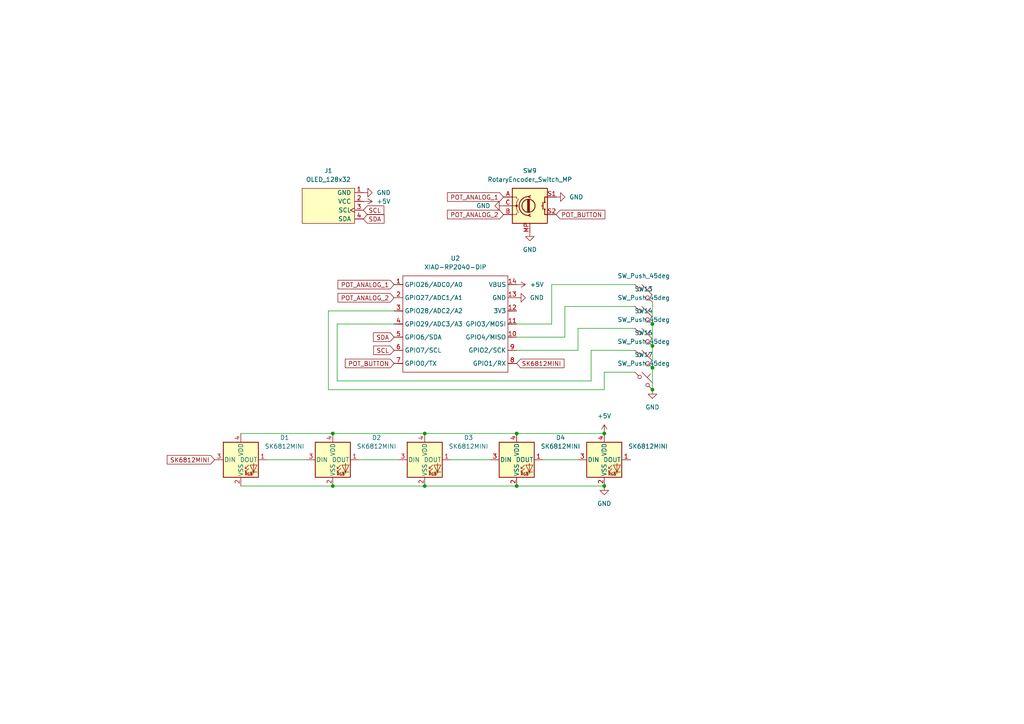
<source format=kicad_sch>
(kicad_sch (version 20250114) (generator "eeschema") (generator_version "9.0")
  (paper "A4")
  (lib_symbols
    (symbol "Device:RotaryEncoder_Switch_MP" (pin_names (offset 0.254) (hide yes))
      (property "Reference" "SW" (at 0 8.89 0))
      (property "Value" "RotaryEncoder_Switch_MP" (at 0 6.35 0))
      (symbol "RotaryEncoder_Switch_MP_0_1"
        (rectangle (start -5.08 5.08) (end 5.08 -5.08) (stroke (width 0.254)) (fill (type background)))
        (polyline (pts (xy -5.08 2.54) (xy -3.81 2.54) (xy -3.81 2.032)))
        (polyline (pts (xy -5.08 0) (xy -3.81 0) (xy -3.81 -1.016) (xy -3.302 -2.032)))
        (polyline (pts (xy -5.08 -2.54) (xy -3.81 -2.54) (xy -3.81 -2.032)))
        (polyline (pts (xy -4.318 0) (xy -3.81 0) (xy -3.81 1.016) (xy -3.302 2.032)))
        (circle (center -3.81 0) (radius 0.254) (fill (type outline)))
        (polyline (pts (xy -0.635 -1.778) (xy -0.635 1.778)) (stroke (width 0.254)))
        (circle (center -0.381 0) (radius 1.905) (stroke (width 0.254)))
        (polyline (pts (xy -0.381 -1.778) (xy -0.381 1.778)) (stroke (width 0.254)))
        (arc (start -0.381 -2.794) (mid -3.0988 -0.0635) (end -0.381 2.667) (stroke (width 0.254)))
        (polyline (pts (xy -0.127 1.778) (xy -0.127 -1.778)) (stroke (width 0.254)))
        (polyline (pts (xy 0.254 2.921) (xy -0.508 2.667) (xy 0.127 2.286)) (stroke (width 0.254)))
        (polyline (pts (xy 0.254 -3.048) (xy -0.508 -2.794) (xy 0.127 -2.413)) (stroke (width 0.254)))
        (polyline (pts (xy 3.81 1.016) (xy 3.81 -1.016)) (stroke (width 0.254)))
        (polyline (pts (xy 3.81 0) (xy 3.429 0)) (stroke (width 0.254)))
        (circle (center 4.318 1.016) (radius 0.127) (stroke (width 0.254)))
        (circle (center 4.318 -1.016) (radius 0.127) (stroke (width 0.254)))
        (polyline (pts (xy 5.08 2.54) (xy 4.318 2.54) (xy 4.318 1.016)) (stroke (width 0.254)))
        (polyline (pts (xy 5.08 -2.54) (xy 4.318 -2.54) (xy 4.318 -1.016)) (stroke (width 0.254)))
      )
      (symbol "RotaryEncoder_Switch_MP_1_1"
        (pin passive line (at -7.62 2.54 0) (length 2.54) (name "A") (number "A"))
        (pin passive line (at -7.62 0 0) (length 2.54) (name "C") (number "C"))
        (pin passive line (at -7.62 -2.54 0) (length 2.54) (name "B") (number "B"))
        (pin passive line (at 0 -7.62 90) (length 2.54) (name "MP") (number "MP"))
        (pin passive line (at 7.62 2.54 180) (length 2.54) (name "S1") (number "S1"))
        (pin passive line (at 7.62 -2.54 180) (length 2.54) (name "S2") (number "S2"))
      )
    )
    (symbol "LED:SK6812MINI" (pin_names (offset 0.254))
      (property "Reference" "D" (at 5.08 5.715 0))
      (property "Value" "SK6812MINI" (at 1.27 -5.715 0))
      (symbol "SK6812MINI_0_0"
        (text "RGB" (at 2.286 -4.191 0) (effects (font (size 0.762 0.762))))
      )
      (symbol "SK6812MINI_0_1"
        (polyline (pts (xy 1.27 -2.54) (xy 1.778 -2.54)))
        (polyline (pts (xy 1.27 -3.556) (xy 1.778 -3.556)))
        (polyline (pts (xy 2.286 -1.524) (xy 1.27 -2.54) (xy 1.27 -2.032)))
        (polyline (pts (xy 2.286 -2.54) (xy 1.27 -3.556) (xy 1.27 -3.048)))
        (polyline (pts (xy 3.683 -1.016) (xy 3.683 -3.556) (xy 3.683 -4.064)))
        (polyline (pts (xy 4.699 -1.524) (xy 2.667 -1.524) (xy 3.683 -3.556) (xy 4.699 -1.524)))
        (polyline (pts (xy 4.699 -3.556) (xy 2.667 -3.556)))
        (rectangle (start 5.08 5.08) (end -5.08 -5.08) (stroke (width 0.254)) (fill (type background)))
      )
      (symbol "SK6812MINI_1_1"
        (pin input line (at -7.62 0 0) (length 2.54) (name "DIN") (number "3"))
        (pin power_in line (at 0 7.62 270) (length 2.54) (name "VDD") (number "4"))
        (pin power_in line (at 0 -7.62 90) (length 2.54) (name "VSS") (number "2"))
        (pin output line (at 7.62 0 180) (length 2.54) (name "DOUT") (number "1"))
      )
    )
    (symbol "OPL:XIAO-RP2040-DIP"
      (property "Reference" "U" (at 0 0 0))
      (property "Value" "XIAO-RP2040-DIP" (at 5.334 -1.778 0))
      (symbol "XIAO-RP2040-DIP_1_0"
        (polyline (pts (xy -1.27 -2.54) (xy 29.21 -2.54)) (stroke (width 0.1524)))
        (polyline (pts (xy -1.27 -5.08) (xy -2.54 -5.08)) (stroke (width 0.1524)))
        (polyline (pts (xy -1.27 -5.08) (xy -1.27 -2.54)) (stroke (width 0.1524)))
        (polyline (pts (xy -1.27 -8.89) (xy -2.54 -8.89)) (stroke (width 0.1524)))
        (polyline (pts (xy -1.27 -8.89) (xy -1.27 -5.08)) (stroke (width 0.1524)))
        (polyline (pts (xy -1.27 -12.7) (xy -2.54 -12.7)) (stroke (width 0.1524)))
        (polyline (pts (xy -1.27 -12.7) (xy -1.27 -8.89)) (stroke (width 0.1524)))
        (polyline (pts (xy -1.27 -16.51) (xy -2.54 -16.51)) (stroke (width 0.1524)))
        (polyline (pts (xy -1.27 -16.51) (xy -1.27 -12.7)) (stroke (width 0.1524)))
        (polyline (pts (xy -1.27 -20.32) (xy -2.54 -20.32)) (stroke (width 0.1524)))
        (polyline (pts (xy -1.27 -24.13) (xy -2.54 -24.13)) (stroke (width 0.1524)))
        (polyline (pts (xy -1.27 -27.94) (xy -2.54 -27.94)) (stroke (width 0.1524)))
        (polyline (pts (xy -1.27 -30.48) (xy -1.27 -16.51)) (stroke (width 0.1524)))
        (polyline (pts (xy 29.21 -2.54) (xy 29.21 -5.08)) (stroke (width 0.1524)))
        (polyline (pts (xy 29.21 -5.08) (xy 29.21 -8.89)) (stroke (width 0.1524)))
        (polyline (pts (xy 29.21 -8.89) (xy 29.21 -12.7)) (stroke (width 0.1524)))
        (polyline (pts (xy 29.21 -12.7) (xy 29.21 -30.48)) (stroke (width 0.1524)))
        (polyline (pts (xy 29.21 -30.48) (xy -1.27 -30.48)) (stroke (width 0.1524)))
        (polyline (pts (xy 30.48 -5.08) (xy 29.21 -5.08)) (stroke (width 0.1524)))
        (polyline (pts (xy 30.48 -8.89) (xy 29.21 -8.89)) (stroke (width 0.1524)))
        (polyline (pts (xy 30.48 -12.7) (xy 29.21 -12.7)) (stroke (width 0.1524)))
        (polyline (pts (xy 30.48 -16.51) (xy 29.21 -16.51)) (stroke (width 0.1524)))
        (polyline (pts (xy 30.48 -20.32) (xy 29.21 -20.32)) (stroke (width 0.1524)))
        (polyline (pts (xy 30.48 -24.13) (xy 29.21 -24.13)) (stroke (width 0.1524)))
        (polyline (pts (xy 30.48 -27.94) (xy 29.21 -27.94)) (stroke (width 0.1524)))
        (pin passive line (at -3.81 -5.08 0) (length 2.54) (name "GPIO26/ADC0/A0") (number "1"))
        (pin passive line (at -3.81 -8.89 0) (length 2.54) (name "GPIO27/ADC1/A1") (number "2"))
        (pin passive line (at -3.81 -12.7 0) (length 2.54) (name "GPIO28/ADC2/A2") (number "3"))
        (pin passive line (at -3.81 -16.51 0) (length 2.54) (name "GPIO29/ADC3/A3") (number "4"))
        (pin passive line (at -3.81 -20.32 0) (length 2.54) (name "GPIO6/SDA") (number "5"))
        (pin passive line (at -3.81 -24.13 0) (length 2.54) (name "GPIO7/SCL") (number "6"))
        (pin passive line (at -3.81 -27.94 0) (length 2.54) (name "GPIO0/TX") (number "7"))
        (pin passive line (at 31.75 -5.08 180) (length 2.54) (name "VBUS") (number "14"))
        (pin passive line (at 31.75 -8.89 180) (length 2.54) (name "GND") (number "13"))
        (pin passive line (at 31.75 -12.7 180) (length 2.54) (name "3V3") (number "12"))
        (pin passive line (at 31.75 -16.51 180) (length 2.54) (name "GPIO3/MOSI") (number "11"))
        (pin passive line (at 31.75 -20.32 180) (length 2.54) (name "GPIO4/MISO") (number "10"))
        (pin passive line (at 31.75 -24.13 180) (length 2.54) (name "GPIO2/SCK") (number "9"))
        (pin passive line (at 31.75 -27.94 180) (length 2.54) (name "GPIO1/RX") (number "8"))
      )
    )
    (symbol "Switch:SW_Push_45deg" (pin_numbers (hide yes)) (pin_names (offset 1.016) (hide yes))
      (property "Reference" "SW" (at 3.048 1.016 0))
      (property "Value" "SW_Push_45deg" (at 0 -3.81 0))
      (symbol "SW_Push_45deg_0_1"
        (polyline (pts (xy -2.54 2.54) (xy -1.524 1.524) (xy -1.524 1.524)))
        (circle (center -1.1684 1.1684) (radius 0.508))
        (polyline (pts (xy -0.508 2.54) (xy 2.54 -0.508)))
        (polyline (pts (xy 1.016 1.016) (xy 2.032 2.032)))
        (circle (center 1.143 -1.1938) (radius 0.508))
        (polyline (pts (xy 1.524 -1.524) (xy 2.54 -2.54) (xy 2.54 -2.54) (xy 2.54 -2.54)))
        (pin passive line (at -2.54 2.54 0) (length 0) (name "1") (number "1"))
        (pin passive line (at 2.54 -2.54 180) (length 0) (name "2") (number "2"))
      )
    )
    (symbol "power:+5V" (power) (pin_numbers (hide yes)) (pin_names (offset 0) (hide yes))
      (property "Value" "+5V" (at 0 3.556 0))
      (symbol "+5V_0_1"
        (polyline (pts (xy -0.762 1.27) (xy 0 2.54)))
        (polyline (pts (xy 0 2.54) (xy 0.762 1.27)))
        (polyline (pts (xy 0 0) (xy 0 2.54)))
      )
      (symbol "+5V_1_1"
        (pin power_in line (at 0 0 90) (length 0) (name "~") (number "1"))
      )
    )
    (symbol "power:GND" (power) (pin_numbers (hide yes)) (pin_names (offset 0) (hide yes))
      (property "Value" "GND" (at 0 -3.81 0))
      (symbol "GND_0_1"
        (polyline (pts (xy 0 0) (xy 0 -1.27) (xy 1.27 -1.27) (xy 0 -2.54) (xy -1.27 -1.27) (xy 0 -1.27)))
      )
      (symbol "GND_1_1"
        (pin power_in line (at 0 0 270) (length 0) (name "~") (number "1"))
      )
    )
    (symbol "scottokeebs:OLED_128x32" (pin_names (offset 1.016))
      (property "Reference" "J" (at 0 -6.35 0))
      (property "Value" "OLED_128x32" (at 0 6.35 0))
      (symbol "OLED_128x32_0_1"
        (rectangle (start 0 5.08) (end 15.24 -5.08) (fill (type background)))
      )
      (symbol "OLED_128x32_1_1"
        (pin bidirectional line (at -2.54 3.81 0) (length 2.54) (name "SDA") (number "4"))
        (pin input clock (at -2.54 1.27 0) (length 2.54) (name "SCL") (number "3"))
        (pin power_in line (at -2.54 -1.27 0) (length 2.54) (name "VCC") (number "2"))
        (pin power_in line (at -2.54 -3.81 0) (length 2.54) (name "GND") (number "1"))
      )
    )
  )
  (junction (at 189.23 93.98))
  (junction (at 189.23 113.03))
  (junction (at 149.86 140.97))
  (junction (at 96.52 140.97))
  (junction (at 149.86 125.73))
  (junction (at 96.52 125.73))
  (junction (at 123.19 125.73))
  (junction (at 189.23 106.68))
  (junction (at 175.26 140.97))
  (junction (at 189.23 100.33))
  (junction (at 175.26 125.73))
  (junction (at 123.19 140.97))
  (wire (pts (xy 184.15 82.55) (xy 160.02 82.55)))
  (wire (pts (xy 96.52 140.97) (xy 123.19 140.97)))
  (wire (pts (xy 189.23 87.63) (xy 189.23 93.98)))
  (wire (pts (xy 189.23 106.68) (xy 189.23 113.03)))
  (wire (pts (xy 160.02 82.55) (xy 160.02 93.98)))
  (wire (pts (xy 160.02 93.98) (xy 149.86 93.98)))
  (wire (pts (xy 171.45 101.6) (xy 171.45 110.49)))
  (wire (pts (xy 95.25 113.03) (xy 95.25 90.17)))
  (wire (pts (xy 163.83 88.9) (xy 163.83 97.79)))
  (wire (pts (xy 167.64 95.25) (xy 167.64 101.6)))
  (wire (pts (xy 69.85 125.73) (xy 96.52 125.73)))
  (wire (pts (xy 163.83 97.79) (xy 149.86 97.79)))
  (wire (pts (xy 184.15 88.9) (xy 163.83 88.9)))
  (wire (pts (xy 184.15 101.6) (xy 171.45 101.6)))
  (wire (pts (xy 189.23 100.33) (xy 189.23 106.68)))
  (wire (pts (xy 149.86 125.73) (xy 175.26 125.73)))
  (wire (pts (xy 175.26 107.95) (xy 175.26 113.03)))
  (wire (pts (xy 96.52 125.73) (xy 123.19 125.73)))
  (wire (pts (xy 69.85 140.97) (xy 96.52 140.97)))
  (wire (pts (xy 157.48 133.35) (xy 167.64 133.35)))
  (wire (pts (xy 130.81 133.35) (xy 142.24 133.35)))
  (wire (pts (xy 175.26 113.03) (xy 95.25 113.03)))
  (wire (pts (xy 167.64 101.6) (xy 149.86 101.6)))
  (wire (pts (xy 123.19 140.97) (xy 149.86 140.97)))
  (wire (pts (xy 184.15 95.25) (xy 167.64 95.25)))
  (wire (pts (xy 97.79 93.98) (xy 114.3 93.98)))
  (wire (pts (xy 189.23 93.98) (xy 189.23 100.33)))
  (wire (pts (xy 104.14 133.35) (xy 115.57 133.35)))
  (wire (pts (xy 123.19 125.73) (xy 149.86 125.73)))
  (wire (pts (xy 149.86 140.97) (xy 175.26 140.97)))
  (wire (pts (xy 184.15 107.95) (xy 175.26 107.95)))
  (wire (pts (xy 95.25 90.17) (xy 114.3 90.17)))
  (wire (pts (xy 171.45 110.49) (xy 97.79 110.49)))
  (wire (pts (xy 77.47 133.35) (xy 88.9 133.35)))
  (wire (pts (xy 97.79 110.49) (xy 97.79 93.98)))
  (global_label "POT_ANALOG_1" (shape input) (at 114.3 82.55 180) (property "Intersheetrefs" "${INTERSHEET_REFS}" (effects (hide yes))))
  (global_label "POT_BUTTON" (shape input) (at 114.3 105.41 180) (property "Intersheetrefs" "${INTERSHEET_REFS}" (effects (hide yes))))
  (global_label "POT_ANALOG_2" (shape input) (at 146.05 62.23 180) (property "Intersheetrefs" "${INTERSHEET_REFS}" (effects (hide yes))))
  (global_label "SCL" (shape input) (at 114.3 101.6 180) (property "Intersheetrefs" "${INTERSHEET_REFS}" (effects (hide yes))))
  (global_label "SK6812MINI" (shape input) (at 149.86 105.41 0) (property "Intersheetrefs" "${INTERSHEET_REFS}" (effects (hide yes))))
  (global_label "SDA" (shape input) (at 105.41 63.5 0) (property "Intersheetrefs" "${INTERSHEET_REFS}" (effects (hide yes))))
  (global_label "SDA" (shape input) (at 114.3 97.79 180) (property "Intersheetrefs" "${INTERSHEET_REFS}" (effects (hide yes))))
  (global_label "POT_ANALOG_1" (shape input) (at 146.05 57.15 180) (property "Intersheetrefs" "${INTERSHEET_REFS}" (effects (hide yes))))
  (global_label "POT_ANALOG_2" (shape input) (at 114.3 86.36 180) (property "Intersheetrefs" "${INTERSHEET_REFS}" (effects (hide yes))))
  (global_label "SK6812MINI" (shape input) (at 62.23 133.35 180) (property "Intersheetrefs" "${INTERSHEET_REFS}" (effects (hide yes))))
  (global_label "POT_BUTTON" (shape input) (at 161.29 62.23 0) (property "Intersheetrefs" "${INTERSHEET_REFS}" (effects (hide yes))))
  (global_label "SCL" (shape input) (at 105.41 60.96 0) (property "Intersheetrefs" "${INTERSHEET_REFS}" (effects (hide yes))))
  (symbol (lib_id "scottokeebs:OLED_128x32") (at 102.87 59.69 180) (unit 1)
    (property "Reference" "J1" (at 95.25 49.53 0))
    (property "Value" "OLED_128x32" (at 95.25 52.07 0))
    (property "Footprint" "oled:SSD1306-0.91-OLED-4pin-128x32" (effects (hide yes)))
  )
  (symbol (lib_id "power:GND") (at 189.23 113.03 0) (unit 1)
    (property "Reference" "#PWR010" (effects (hide yes)))
    (property "Value" "GND" (at 189.23 118.11 0))
    (property "Description" "Power symbol creates a global label with name \"GND\" , ground" (effects (hide yes)))
  )
  (symbol (lib_id "LED:SK6812MINI") (at 123.19 133.35 0) (unit 1)
    (property "Reference" "D3" (at 135.89 126.9298 0))
    (property "Value" "SK6812MINI" (at 135.89 129.4698 0))
    (property "Footprint" "reverse_led:SK6812-MINI-E" (effects (hide yes)))
    (property "Datasheet" "https://cdn-shop.adafruit.com/product-files/2686/SK6812MINI_REV.01-1-2.pdf" (effects (hide yes)))
    (property "Description" "RGB LED with integrated controller" (effects (hide yes)))
  )
  (symbol (lib_id "power:GND") (at 161.29 57.15 90) (unit 1)
    (property "Reference" "#PWR09" (effects (hide yes)))
    (property "Value" "GND" (at 165.1 57.1499 90) (effects (justify right)))
    (property "Description" "Power symbol creates a global label with name \"GND\" , ground" (effects (hide yes)))
  )
  (symbol (lib_id "power:GND") (at 153.67 67.31 0) (unit 1)
    (property "Reference" "#PWR06" (effects (hide yes)))
    (property "Value" "GND" (at 153.67 72.39 0))
    (property "Description" "Power symbol creates a global label with name \"GND\" , ground" (effects (hide yes)))
  )
  (symbol (lib_id "power:+5V") (at 149.86 82.55 270) (unit 1)
    (property "Reference" "#PWR02" (effects (hide yes)))
    (property "Value" "+5V" (at 153.67 82.5499 90) (effects (justify left)))
    (property "Description" "Power symbol creates a global label with name \"+5V\"" (effects (hide yes)))
  )
  (symbol (lib_id "Switch:SW_Push_45deg") (at 186.69 91.44 0) (unit 1)
    (property "Reference" "SW13" (at 186.69 83.82 0))
    (property "Value" "SW_Push_45deg" (at 186.69 86.36 0))
    (property "Footprint" "Button_Switch_Keyboard:SW_Cherry_MX_1.00u_PCB" (effects (hide yes)))
    (property "Description" "Push button switch, normally open, two pins, 45° tilted" (effects (hide yes)))
  )
  (symbol (lib_id "Switch:SW_Push_45deg") (at 186.69 104.14 0) (unit 1)
    (property "Reference" "SW16" (at 186.69 96.52 0))
    (property "Value" "SW_Push_45deg" (at 186.69 99.06 0))
    (property "Footprint" "Button_Switch_Keyboard:SW_Cherry_MX_1.00u_PCB" (effects (hide yes)))
    (property "Description" "Push button switch, normally open, two pins, 45° tilted" (effects (hide yes)))
  )
  (symbol (lib_id "power:GND") (at 149.86 86.36 90) (unit 1)
    (property "Reference" "#PWR03" (effects (hide yes)))
    (property "Value" "GND" (at 153.67 86.3599 90) (effects (justify right)))
    (property "Description" "Power symbol creates a global label with name \"GND\" , ground" (effects (hide yes)))
  )
  (symbol (lib_id "power:GND") (at 175.26 140.97 0) (unit 1)
    (property "Reference" "#PWR04" (effects (hide yes)))
    (property "Value" "GND" (at 175.26 146.05 0))
    (property "Description" "Power symbol creates a global label with name \"GND\" , ground" (effects (hide yes)))
  )
  (symbol (lib_id "power:+5V") (at 105.41 58.42 270) (unit 1)
    (property "Reference" "#PWR01" (effects (hide yes)))
    (property "Value" "+5V" (at 109.22 58.4199 90) (effects (justify left)))
    (property "Description" "Power symbol creates a global label with name \"+5V\"" (effects (hide yes)))
  )
  (symbol (lib_id "LED:SK6812MINI") (at 149.86 133.35 0) (unit 1)
    (property "Reference" "D4" (at 162.56 126.9298 0))
    (property "Value" "SK6812MINI" (at 162.56 129.4698 0))
    (property "Footprint" "reverse_led:SK6812-MINI-E" (effects (hide yes)))
    (property "Datasheet" "https://cdn-shop.adafruit.com/product-files/2686/SK6812MINI_REV.01-1-2.pdf" (effects (hide yes)))
    (property "Description" "RGB LED with integrated controller" (effects (hide yes)))
  )
  (symbol (lib_id "Switch:SW_Push_45deg") (at 186.69 85.09 0) (unit 1)
    (property "Reference" "SW10" (effects (hide yes)))
    (property "Value" "SW_Push_45deg" (at 186.69 80.01 0))
    (property "Footprint" "Button_Switch_Keyboard:SW_Cherry_MX_1.00u_PCB" (effects (hide yes)))
    (property "Description" "Push button switch, normally open, two pins, 45° tilted" (effects (hide yes)))
  )
  (symbol (lib_id "Switch:SW_Push_45deg") (at 186.69 97.79 0) (unit 1)
    (property "Reference" "SW14" (at 186.69 90.17 0))
    (property "Value" "SW_Push_45deg" (at 186.69 92.71 0))
    (property "Footprint" "Button_Switch_Keyboard:SW_Cherry_MX_1.00u_PCB" (effects (hide yes)))
    (property "Description" "Push button switch, normally open, two pins, 45° tilted" (effects (hide yes)))
  )
  (symbol (lib_id "Switch:SW_Push_45deg") (at 186.69 110.49 0) (unit 1)
    (property "Reference" "SW17" (at 186.69 102.87 0))
    (property "Value" "SW_Push_45deg" (at 186.69 105.41 0))
    (property "Footprint" "Button_Switch_Keyboard:SW_Cherry_MX_1.00u_PCB" (effects (hide yes)))
    (property "Description" "Push button switch, normally open, two pins, 45° tilted" (effects (hide yes)))
  )
  (symbol (lib_id "LED:SK6812MINI") (at 175.26 133.35 0) (unit 1)
    (property "Reference" "D5" (effects (hide yes)))
    (property "Value" "SK6812MINI" (at 187.96 129.4698 0))
    (property "Footprint" "reverse_led:SK6812-MINI-E" (effects (hide yes)))
    (property "Datasheet" "https://cdn-shop.adafruit.com/product-files/2686/SK6812MINI_REV.01-1-2.pdf" (effects (hide yes)))
    (property "Description" "RGB LED with integrated controller" (effects (hide yes)))
  )
  (symbol (lib_id "LED:SK6812MINI") (at 69.85 133.35 0) (unit 1)
    (property "Reference" "D1" (at 82.55 126.9298 0))
    (property "Value" "SK6812MINI" (at 82.55 129.4698 0))
    (property "Footprint" "reverse_led:SK6812-MINI-E" (effects (hide yes)))
    (property "Datasheet" "https://cdn-shop.adafruit.com/product-files/2686/SK6812MINI_REV.01-1-2.pdf" (effects (hide yes)))
    (property "Description" "RGB LED with integrated controller" (effects (hide yes)))
  )
  (symbol (lib_id "LED:SK6812MINI") (at 96.52 133.35 0) (unit 1)
    (property "Reference" "D2" (at 109.22 126.9298 0))
    (property "Value" "SK6812MINI" (at 109.22 129.4698 0))
    (property "Footprint" "reverse_led:SK6812-MINI-E" (effects (hide yes)))
    (property "Datasheet" "https://cdn-shop.adafruit.com/product-files/2686/SK6812MINI_REV.01-1-2.pdf" (effects (hide yes)))
    (property "Description" "RGB LED with integrated controller" (effects (hide yes)))
  )
  (symbol (lib_id "Device:RotaryEncoder_Switch_MP") (at 153.67 59.69 0) (unit 1)
    (property "Reference" "SW9" (at 153.67 49.53 0))
    (property "Value" "RotaryEncoder_Switch_MP" (at 153.67 52.07 0))
    (property "Footprint" "Rotary-Encoder:RotaryEncoder_Alps_EC11E_Vertical_H20mm" (effects (hide yes)))
    (property "Description" "Rotary encoder, dual channel, incremental quadrate outputs, with switch and MP Pin" (effects (hide yes)))
  )
  (symbol (lib_id "power:+5V") (at 175.26 125.73 0) (unit 1)
    (property "Reference" "#PWR05" (effects (hide yes)))
    (property "Value" "+5V" (at 175.26 120.65 0))
    (property "Description" "Power symbol creates a global label with name \"+5V\"" (effects (hide yes)))
  )
  (symbol (lib_id "power:GND") (at 146.05 59.69 270) (unit 1)
    (property "Reference" "#PWR07" (effects (hide yes)))
    (property "Value" "GND" (at 142.24 59.6899 90) (effects (justify right)))
    (property "Description" "Power symbol creates a global label with name \"GND\" , ground" (effects (hide yes)))
  )
  (symbol (lib_id "OPL:XIAO-RP2040-DIP") (at 118.11 77.47 0) (unit 1)
    (property "Reference" "U2" (at 132.08 74.93 0))
    (property "Value" "XIAO-RP2040-DIP" (at 132.08 77.47 0))
    (property "Footprint" "OPL:XIAO-RP2040-DIP" (effects (hide yes)))
  )
  (symbol (lib_id "power:GND") (at 105.41 55.88 90) (unit 1)
    (property "Reference" "#PWR08" (effects (hide yes)))
    (property "Value" "GND" (at 109.22 55.8799 90) (effects (justify right)))
    (property "Description" "Power symbol creates a global label with name \"GND\" , ground" (effects (hide yes)))
  )
)
</source>
